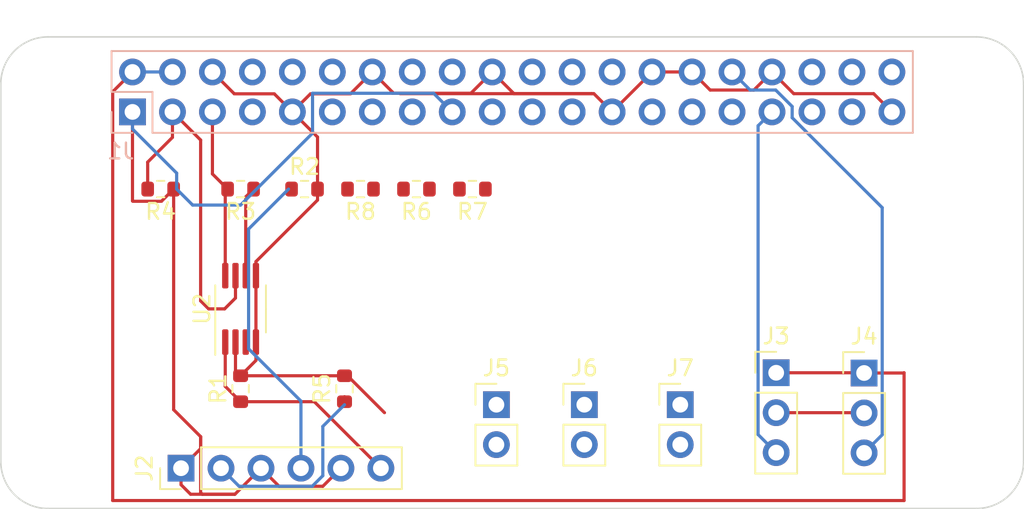
<source format=kicad_pcb>
(kicad_pcb (version 20211014) (generator pcbnew)
  (title_block (date "15 nov 2012"))
  (layers (0 "F.Cu" signal) (31 "B.Cu" signal) (34 "B.Paste" user) (35 "F.Paste" user) (36 "B.SilkS" user "B.Silkscreen") (37 "F.SilkS" user "F.Silkscreen") (38 "B.Mask" user) (39 "F.Mask" user) (44 "Edge.Cuts" user))
  (net 0 "")
  (net 1 "GND")
  (net 2 "SDA")
  (net 3 "SCL")
  (net 4 "/GPIO[4]{slash}GPCLK0")
  (net 5 "/GPIO[14]{slash}TXD0")
  (net 6 "/GPIO[15]{slash}RXD0")
  (net 7 "/GPIO[17]")
  (net 8 "/GPIO[18]{slash}PCM.CLK")
  (net 9 "/GPIO[27]")
  (net 10 "/GPIO[22]")
  (net 11 "/GPIO[23]")
  (net 12 "/GPIO26")
  (net 13 "/GPIO[24]")
  (net 14 "/GPIO[10]{slash}SPI0.MOSI")
  (net 15 "/GPIO[9]{slash}SPI0.MISO")
  (net 16 "/GPIO[25]")
  (net 17 "/GPIO[11]{slash}SPI0.SCLK")
  (net 18 "/GPIO[8]{slash}SPI0.CE0")
  (net 19 "/GPIO[7]{slash}SPI0.CE1")
  (net 20 "/ID_SDA")
  (net 21 "/GPIO[5]")
  (net 22 "/GPIO[6]")
  (net 23 "PWM2")
  (net 24 "PWM1")
  (net 25 "/GPIO[19]{slash}PCM.FS")
  (net 26 "/GPIO[16]")
  (net 27 "/GPIO[20]{slash}PCM.DIN")
  (net 28 "/GPIO[21]{slash}PCM.DOUT")
  (net 29 "+5V")
  (net 30 "+3V3")
  (net 31 "Net-(J2-Pad4)")
  (net 32 "Net-(U2-Pad1)")
  (net 33 "Net-(U2-Pad11)")
  (footprint "Package_SO:MSOP-8_3x3mm_P0.65mm" (layer "F.Cu") (at 115.24 87.3 90)
    (fp_text reference "U2" (at 0 -2.45 90) (layer "F.SilkS"))
    (fp_text value "MCP3428")
    (fp_line (start 0 1.61) (end -1.5 1.61) (layer "F.SilkS") (width 0.12))
    (fp_line (start 0 1.61) (end 1.5 1.61) (layer "F.SilkS") (width 0.12))
    (fp_line (start 0 -1.61) (end 1.5 -1.61) (layer "F.SilkS") (width 0.12))
    (fp_line (start 0 -1.61) (end -2.925 -1.61) (layer "F.SilkS") (width 0.12))
    (pad "1" smd roundrect (at -2.1125 -0.975 90) (size 1.625 0.4) (layers "F.Cu" "F.Paste" "F.Mask") (net 32 "Net-(U2-Pad1)"))
    (pad "2" smd roundrect (at -2.1125 -0.325 90) (size 1.625 0.4) (layers "F.Cu" "F.Paste" "F.Mask") (net 1 "GND"))
    (pad "3" smd roundrect (at -2.1125 0.325 90) (size 1.625 0.4) (layers "F.Cu" "F.Paste" "F.Mask") (net 31 "Net-(J2-Pad4)"))
    (pad "4" smd roundrect (at -2.1125 0.975 90) (size 1.625 0.4) (layers "F.Cu" "F.Paste" "F.Mask") (net 1 "GND"))
    (pad "5" smd roundrect (at 2.1125 0.975 90) (size 1.625 0.4) (layers "F.Cu" "F.Paste" "F.Mask") (net 1 "GND"))
    (pad "6" smd roundrect (at 2.1125 0.325 90) (size 1.625 0.4) (layers "F.Cu" "F.Paste" "F.Mask") (net 30 "+3V3"))
    (pad "7" smd roundrect (at 2.1125 -0.325 90) (size 1.625 0.4) (layers "F.Cu" "F.Paste" "F.Mask") (net 2 "SDA"))
    (pad "8" smd roundrect (at 2.1125 -0.975 90) (size 1.625 0.4) (layers "F.Cu" "F.Paste" "F.Mask") (net 3 "SCL"))
  )
  (footprint "Connector_PinHeader_2.54mm:PinHeader_1x03_P2.54mm_Vertical" (layer "F.Cu") (at 154.864 91.379)
    (fp_text reference "J4" (at 0 -2.33) (layer "F.SilkS"))
    (fp_text value "Motor2")
    (fp_line (start -1.33 1.27) (end -1.33 6.41) (layer "F.SilkS") (width 0.12))
    (fp_line (start -1.33 0) (end -1.33 -1.33) (layer "F.SilkS") (width 0.12))
    (fp_line (start -1.33 1.27) (end 1.33 1.27) (layer "F.SilkS") (width 0.12))
    (fp_line (start 1.33 1.27) (end 1.33 6.41) (layer "F.SilkS") (width 0.12))
    (fp_line (start -1.33 -1.33) (end 0 -1.33) (layer "F.SilkS") (width 0.12))
    (fp_line (start -1.33 6.41) (end 1.33 6.41) (layer "F.SilkS") (width 0.12))
    (pad "1" thru_hole rect (at 0 0) (size 1.7 1.7) (drill 1) (layers *.Cu *.Mask) (net 29 "+5V"))
    (pad "2" thru_hole oval (at 0 2.54) (size 1.7 1.7) (drill 1) (layers *.Cu *.Mask) (net 1 "GND"))
    (pad "3" thru_hole oval (at 0 5.08) (size 1.7 1.7) (drill 1) (layers *.Cu *.Mask) (net 23 "PWM2"))
  )
  (footprint "MountingHole:MountingHole_2.7mm_M2.5" (layer "F.Cu") (at 161.5 73.5)
    (fp_text reference "MH2" hide)
    (fp_text value "MountingHole_2.7mm_M2.5" hide)
    (pad "" np_thru_hole circle locked (at 0 0) (size 2.7 2.7) (drill 2.7) (layers *.Cu *.Mask))
  )
  (footprint "Resistor_SMD:R_0603_1608Metric" (layer "F.Cu") (at 119.304 79.68)
    (fp_text reference "R2" (at 0 -1.43) (layer "F.SilkS"))
    (fp_text value "10K")
    (fp_line (start -0.237258 -0.5225) (end 0.237258 -0.5225) (layer "F.SilkS") (width 0.12))
    (fp_line (start -0.237258 0.5225) (end 0.237258 0.5225) (layer "F.SilkS") (width 0.12))
    (pad "1" smd roundrect (at -0.825 0) (size 0.8 0.95) (layers "F.Cu" "F.Paste" "F.Mask") (net 31 "Net-(J2-Pad4)"))
    (pad "2" smd roundrect (at 0.825 0) (size 0.8 0.95) (layers "F.Cu" "F.Paste" "F.Mask") (net 1 "GND"))
  )
  (footprint "Resistor_SMD:R_0603_1608Metric" (layer "F.Cu") (at 115.24 79.68 180)
    (fp_text reference "R3" (at 0 -1.43) (layer "F.SilkS"))
    (fp_text value "5.0K")
    (fp_line (start -0.237258 -0.5225) (end 0.237258 -0.5225) (layer "F.SilkS") (width 0.12))
    (fp_line (start -0.237258 0.5225) (end 0.237258 0.5225) (layer "F.SilkS") (width 0.12))
    (pad "1" smd roundrect (at -0.825 0 180) (size 0.8 0.95) (layers "F.Cu" "F.Paste" "F.Mask") (net 30 "+3V3"))
    (pad "2" smd roundrect (at 0.825 0 180) (size 0.8 0.95) (layers "F.Cu" "F.Paste" "F.Mask") (net 3 "SCL"))
  )
  (footprint "Connector_PinHeader_2.54mm:PinHeader_1x02_P2.54mm_Vertical" (layer "F.Cu") (at 131.496 93.396)
    (fp_text reference "J5" (at 0 -2.33) (layer "F.SilkS"))
    (fp_text value "Switch1")
    (fp_line (start -1.33 -1.33) (end 0 -1.33) (layer "F.SilkS") (width 0.12))
    (fp_line (start -1.33 1.27) (end -1.33 3.87) (layer "F.SilkS") (width 0.12))
    (fp_line (start -1.33 3.87) (end 1.33 3.87) (layer "F.SilkS") (width 0.12))
    (fp_line (start 1.33 1.27) (end 1.33 3.87) (layer "F.SilkS") (width 0.12))
    (fp_line (start -1.33 1.27) (end 1.33 1.27) (layer "F.SilkS") (width 0.12))
    (fp_line (start -1.33 0) (end -1.33 -1.33) (layer "F.SilkS") (width 0.12))
    (pad "1" thru_hole rect (at 0 0) (size 1.7 1.7) (drill 1) (layers *.Cu *.Mask) (net 30 "+3V3"))
    (pad "2" thru_hole oval (at 0 2.54) (size 1.7 1.7) (drill 1) (layers *.Cu *.Mask) (net 7 "/GPIO[17]"))
  )
  (footprint "Connector_PinHeader_2.54mm:PinHeader_1x03_P2.54mm_Vertical" (layer "F.Cu") (at 149.276 91.364)
    (fp_text reference "J3" (at 0 -2.33) (layer "F.SilkS"))
    (fp_text value "Motor1")
    (fp_line (start -1.33 6.41) (end 1.33 6.41) (layer "F.SilkS") (width 0.12))
    (fp_line (start -1.33 1.27) (end 1.33 1.27) (layer "F.SilkS") (width 0.12))
    (fp_line (start -1.33 -1.33) (end 0 -1.33) (layer "F.SilkS") (width 0.12))
    (fp_line (start 1.33 1.27) (end 1.33 6.41) (layer "F.SilkS") (width 0.12))
    (fp_line (start -1.33 0) (end -1.33 -1.33) (layer "F.SilkS") (width 0.12))
    (fp_line (start -1.33 1.27) (end -1.33 6.41) (layer "F.SilkS") (width 0.12))
    (pad "1" thru_hole rect (at 0 0) (size 1.7 1.7) (drill 1) (layers *.Cu *.Mask) (net 29 "+5V"))
    (pad "2" thru_hole oval (at 0 2.54) (size 1.7 1.7) (drill 1) (layers *.Cu *.Mask) (net 1 "GND"))
    (pad "3" thru_hole oval (at 0 5.08) (size 1.7 1.7) (drill 1) (layers *.Cu *.Mask) (net 24 "PWM1"))
  )
  (footprint "Resistor_SMD:R_0603_1608Metric" (layer "F.Cu") (at 126.416 79.68 180)
    (fp_text reference "R6" (at 0 -1.43) (layer "F.SilkS"))
    (fp_text value "10K")
    (fp_line (start -0.237258 0.5225) (end 0.237258 0.5225) (layer "F.SilkS") (width 0.12))
    (fp_line (start -0.237258 -0.5225) (end 0.237258 -0.5225) (layer "F.SilkS") (width 0.12))
    (pad "1" smd roundrect (at -0.825 0 180) (size 0.8 0.95) (layers "F.Cu" "F.Paste" "F.Mask") (net 7 "/GPIO[17]"))
    (pad "2" smd roundrect (at 0.825 0 180) (size 0.8 0.95) (layers "F.Cu" "F.Paste" "F.Mask") (net 1 "GND"))
  )
  (footprint "Resistor_SMD:R_0603_1608Metric" (layer "F.Cu") (at 129.972 79.68 180)
    (fp_text reference "R7" (at 0 -1.43) (layer "F.SilkS"))
    (fp_text value "10K")
    (fp_line (start -0.237258 0.5225) (end 0.237258 0.5225) (layer "F.SilkS") (width 0.12))
    (fp_line (start -0.237258 -0.5225) (end 0.237258 -0.5225) (layer "F.SilkS") (width 0.12))
    (pad "1" smd roundrect (at -0.825 0 180) (size 0.8 0.95) (layers "F.Cu" "F.Paste" "F.Mask") (net 9 "/GPIO[27]"))
    (pad "2" smd roundrect (at 0.825 0 180) (size 0.8 0.95) (layers "F.Cu" "F.Paste" "F.Mask") (net 1 "GND"))
  )
  (footprint "MountingHole:MountingHole_2.7mm_M2.5" (layer "F.Cu") (at 103.5 96.5)
    (fp_text reference "MH3" hide)
    (fp_text value "MountingHole_2.7mm_M2.5" hide)
    (pad "" np_thru_hole circle locked (at 0 0) (size 2.7 2.7) (drill 2.7) (layers *.Cu *.Mask))
  )
  (footprint "Connector_PinHeader_2.54mm:PinHeader_1x02_P2.54mm_Vertical" (layer "F.Cu") (at 137.084 93.396)
    (fp_text reference "J6" (at 0 -2.33) (layer "F.SilkS"))
    (fp_text value "Switch2")
    (fp_line (start -1.33 3.87) (end 1.33 3.87) (layer "F.SilkS") (width 0.12))
    (fp_line (start -1.33 -1.33) (end 0 -1.33) (layer "F.SilkS") (width 0.12))
    (fp_line (start -1.33 1.27) (end -1.33 3.87) (layer "F.SilkS") (width 0.12))
    (fp_line (start -1.33 0) (end -1.33 -1.33) (layer "F.SilkS") (width 0.12))
    (fp_line (start -1.33 1.27) (end 1.33 1.27) (layer "F.SilkS") (width 0.12))
    (fp_line (start 1.33 1.27) (end 1.33 3.87) (layer "F.SilkS") (width 0.12))
    (pad "1" thru_hole rect (at 0 0) (size 1.7 1.7) (drill 1) (layers *.Cu *.Mask) (net 30 "+3V3"))
    (pad "2" thru_hole oval (at 0 2.54) (size 1.7 1.7) (drill 1) (layers *.Cu *.Mask) (net 9 "/GPIO[27]"))
  )
  (footprint "MountingHole:MountingHole_2.7mm_M2.5" (layer "F.Cu") (at 103.5 73.5)
    (fp_text reference "MH1" hide)
    (fp_text value "MountingHole_2.7mm_M2.5" hide)
    (pad "" np_thru_hole circle locked (at 0 0) (size 2.7 2.7) (drill 2.7) (layers *.Cu *.Mask))
  )
  (footprint "Resistor_SMD:R_0603_1608Metric" (layer "F.Cu") (at 110.16 79.68 180)
    (fp_text reference "R4" (at 0 -1.43) (layer "F.SilkS"))
    (fp_text value "5.0k")
    (fp_line (start -0.237258 -0.5225) (end 0.237258 -0.5225) (layer "F.SilkS") (width 0.12))
    (fp_line (start -0.237258 0.5225) (end 0.237258 0.5225) (layer "F.SilkS") (width 0.12))
    (pad "1" smd roundrect (at -0.825 0 180) (size 0.8 0.95) (layers "F.Cu" "F.Paste" "F.Mask") (net 30 "+3V3"))
    (pad "2" smd roundrect (at 0.825 0 180) (size 0.8 0.95) (layers "F.Cu" "F.Paste" "F.Mask") (net 2 "SDA"))
  )
  (footprint "MountingHole:MountingHole_2.7mm_M2.5" (layer "F.Cu") (at 161.5 96.5)
    (fp_text reference "MH4" hide)
    (fp_text value "MountingHole_2.7mm_M2.5" hide)
    (pad "" np_thru_hole circle locked (at 0 0) (size 2.7 2.7) (drill 2.7) (layers *.Cu *.Mask))
  )
  (footprint "Resistor_SMD:R_0603_1608Metric" (layer "F.Cu") (at 121.844 92.38 90)
    (fp_text reference "R5" (at 0 -1.43 90) (layer "F.SilkS"))
    (fp_text value "10K")
    (fp_line (start -0.237258 -0.5225) (end 0.237258 -0.5225) (layer "F.SilkS") (width 0.12))
    (fp_line (start -0.237258 0.5225) (end 0.237258 0.5225) (layer "F.SilkS") (width 0.12))
    (pad "1" smd roundrect (at -0.825 0 90) (size 0.8 0.95) (layers "F.Cu" "F.Paste" "F.Mask") (net 33 "Net-(U2-Pad11)"))
    (pad "2" smd roundrect (at 0.825 0 90) (size 0.8 0.95) (layers "F.Cu" "F.Paste" "F.Mask") (net 1 "GND"))
  )
  (footprint "Connector_PinHeader_2.54mm:PinHeader_1x02_P2.54mm_Vertical" (layer "F.Cu") (at 143.18 93.396)
    (fp_text reference "J7" (at 0 -2.33) (layer "F.SilkS"))
    (fp_text value "Switch3")
    (fp_line (start -1.33 1.27) (end -1.33 3.87) (layer "F.SilkS") (width 0.12))
    (fp_line (start 1.33 1.27) (end 1.33 3.87) (layer "F.SilkS") (width 0.12))
    (fp_line (start -1.33 -1.33) (end 0 -1.33) (layer "F.SilkS") (width 0.12))
    (fp_line (start -1.33 3.87) (end 1.33 3.87) (layer "F.SilkS") (width 0.12))
    (fp_line (start -1.33 0) (end -1.33 -1.33) (layer "F.SilkS") (width 0.12))
    (fp_line (start -1.33 1.27) (end 1.33 1.27) (layer "F.SilkS") (width 0.12))
    (pad "1" thru_hole rect (at 0 0) (size 1.7 1.7) (drill 1) (layers *.Cu *.Mask) (net 30 "+3V3"))
    (pad "2" thru_hole oval (at 0 2.54) (size 1.7 1.7) (drill 1) (layers *.Cu *.Mask) (net 10 "/GPIO[22]"))
  )
  (footprint "Resistor_SMD:R_0603_1608Metric" (layer "F.Cu") (at 122.86 79.68 180)
    (fp_text reference "R8" (at 0 -1.43) (layer "F.SilkS"))
    (fp_text value "10K")
    (fp_line (start -0.237258 -0.5225) (end 0.237258 -0.5225) (layer "F.SilkS") (width 0.12))
    (fp_line (start -0.237258 0.5225) (end 0.237258 0.5225) (layer "F.SilkS") (width 0.12))
    (pad "1" smd roundrect (at -0.825 0 180) (size 0.8 0.95) (layers "F.Cu" "F.Paste" "F.Mask") (net 10 "/GPIO[22]"))
    (pad "2" smd roundrect (at 0.825 0 180) (size 0.8 0.95) (layers "F.Cu" "F.Paste" "F.Mask") (net 1 "GND"))
  )
  (footprint "Connector_PinHeader_2.54mm:PinHeader_1x06_P2.54mm_Vertical" (layer "F.Cu") (at 111.455 97.435 90)
    (fp_text reference "J2" (at 0 -2.33 90) (layer "F.SilkS"))
    (fp_text value "Analog 1-3")
    (fp_line (start -1.33 1.27) (end -1.33 14.03) (layer "F.SilkS") (width 0.12))
    (fp_line (start -1.33 -1.33) (end 0 -1.33) (layer "F.SilkS") (width 0.12))
    (fp_line (start -1.33 14.03) (end 1.33 14.03) (layer "F.SilkS") (width 0.12))
    (fp_line (start 1.33 1.27) (end 1.33 14.03) (layer "F.SilkS") (width 0.12))
    (fp_line (start -1.33 0) (end -1.33 -1.33) (layer "F.SilkS") (width 0.12))
    (fp_line (start -1.33 1.27) (end 1.33 1.27) (layer "F.SilkS") (width 0.12))
    (pad "1" thru_hole rect (at 0 0 90) (size 1.7 1.7) (drill 1) (layers *.Cu *.Mask) (net 30 "+3V3"))
    (pad "2" thru_hole oval (at 0 2.54 90) (size 1.7 1.7) (drill 1) (layers *.Cu *.Mask) (net 33 "Net-(U2-Pad11)"))
    (pad "3" thru_hole oval (at 0 5.08 90) (size 1.7 1.7) (drill 1) (layers *.Cu *.Mask) (net 30 "+3V3"))
    (pad "4" thru_hole oval (at 0 7.62 90) (size 1.7 1.7) (drill 1) (layers *.Cu *.Mask) (net 31 "Net-(J2-Pad4)"))
    (pad "5" thru_hole oval (at 0 10.16 90) (size 1.7 1.7) (drill 1) (layers *.Cu *.Mask) (net 30 "+3V3"))
    (pad "6" thru_hole oval (at 0 12.7 90) (size 1.7 1.7) (drill 1) (layers *.Cu *.Mask) (net 32 "Net-(U2-Pad1)"))
  )
  (footprint "Resistor_SMD:R_0603_1608Metric" (layer "F.Cu") (at 115.24 92.38 90)
    (fp_text reference "R1" (at 0 -1.43 90) (layer "F.SilkS"))
    (fp_text value "10K")
    (fp_line (start -0.237258 -0.5225) (end 0.237258 -0.5225) (layer "F.SilkS") (width 0.12))
    (fp_line (start -0.237258 0.5225) (end 0.237258 0.5225) (layer "F.SilkS") (width 0.12))
    (pad "1" smd roundrect (at -0.825 0 90) (size 0.8 0.95) (layers "F.Cu" "F.Paste" "F.Mask") (net 32 "Net-(U2-Pad1)"))
    (pad "2" smd roundrect (at 0.825 0 90) (size 0.8 0.95) (layers "F.Cu" "F.Paste" "F.Mask") (net 1 "GND"))
  )
  (footprint "Connector_PinSocket_2.54mm:PinSocket_2x20_P2.54mm_Vertical" (layer "B.Cu") (at 108.37 74.77 -90)
    (fp_text reference "J1" (at 2.5 0.75) (layer "B.SilkS") (effects (justify mirror)))
    (fp_text value "GPIO")
    (fp_line (start 0 1.33) (end 1.33 1.33) (layer "B.SilkS") (width 0.12))
    (fp_line (start -1.27 1.33) (end -1.27 -1.27) (layer "B.SilkS") (width 0.12))
    (fp_line (start -3.87 1.33) (end -1.27 1.33) (layer "B.SilkS") (width 0.12))
    (fp_line (start -1.27 -1.27) (end 1.33 -1.27) (layer "B.SilkS") (width 0.12))
    (fp_line (start 1.33 -1.27) (end 1.33 -49.59) (layer "B.SilkS") (width 0.12))
    (fp_line (start -3.87 -49.59) (end 1.33 -49.59) (layer "B.SilkS") (width 0.12))
    (fp_line (start -3.87 1.33) (end -3.87 -49.59) (layer "B.SilkS") (width 0.12))
    (fp_line (start 1.33 1.33) (end 1.33 0) (layer "B.SilkS") (width 0.12))
    (pad "1" thru_hole rect locked (at 0 0 270) (size 1.7 1.7) (drill 1) (layers *.Cu *.Mask) (net 30 "+3V3"))
    (pad "2" thru_hole oval locked (at -2.54 0 270) (size 1.7 1.7) (drill 1) (layers *.Cu *.Mask) (net 29 "+5V"))
    (pad "3" thru_hole oval locked (at 0 -2.54 270) (size 1.7 1.7) (drill 1) (layers *.Cu *.Mask) (net 2 "SDA"))
    (pad "4" thru_hole oval locked (at -2.54 -2.54 270) (size 1.7 1.7) (drill 1) (layers *.Cu *.Mask) (net 29 "+5V"))
    (pad "5" thru_hole oval locked (at 0 -5.08 270) (size 1.7 1.7) (drill 1) (layers *.Cu *.Mask) (net 3 "SCL"))
    (pad "6" thru_hole oval locked (at -2.54 -5.08 270) (size 1.7 1.7) (drill 1) (layers *.Cu *.Mask) (net 1 "GND"))
    (pad "7" thru_hole oval locked (at 0 -7.62 270) (size 1.7 1.7) (drill 1) (layers *.Cu *.Mask) (net 4 "/GPIO[4]{slash}GPCLK0"))
    (pad "8" thru_hole oval locked (at -2.54 -7.62 270) (size 1.7 1.7) (drill 1) (layers *.Cu *.Mask) (net 5 "/GPIO[14]{slash}TXD0"))
    (pad "9" thru_hole oval locked (at 0 -10.16 270) (size 1.7 1.7) (drill 1) (layers *.Cu *.Mask) (net 1 "GND"))
    (pad "10" thru_hole oval locked (at -2.54 -10.16 270) (size 1.7 1.7) (drill 1) (layers *.Cu *.Mask) (net 6 "/GPIO[15]{slash}RXD0"))
    (pad "11" thru_hole oval locked (at 0 -12.7 270) (size 1.7 1.7) (drill 1) (layers *.Cu *.Mask) (net 7 "/GPIO[17]"))
    (pad "12" thru_hole oval locked (at -2.54 -12.7 270) (size 1.7 1.7) (drill 1) (layers *.Cu *.Mask) (net 8 "/GPIO[18]{slash}PCM.CLK"))
    (pad "13" thru_hole oval locked (at 0 -15.24 270) (size 1.7 1.7) (drill 1) (layers *.Cu *.Mask) (net 9 "/GPIO[27]"))
    (pad "14" thru_hole oval locked (at -2.54 -15.24 270) (size 1.7 1.7) (drill 1) (layers *.Cu *.Mask) (net 1 "GND"))
    (pad "15" thru_hole oval locked (at 0 -17.78 270) (size 1.7 1.7) (drill 1) (layers *.Cu *.Mask) (net 10 "/GPIO[22]"))
    (pad "16" thru_hole oval locked (at -2.54 -17.78 270) (size 1.7 1.7) (drill 1) (layers *.Cu *.Mask) (net 11 "/GPIO[23]"))
    (pad "17" thru_hole oval locked (at 0 -20.32 270) (size 1.7 1.7) (drill 1) (layers *.Cu *.Mask) (net 30 "+3V3"))
    (pad "18" thru_hole oval locked (at -2.54 -20.32 270) (size 1.7 1.7) (drill 1) (layers *.Cu *.Mask) (net 13 "/GPIO[24]"))
    (pad "19" thru_hole oval locked (at 0 -22.86 270) (size 1.7 1.7) (drill 1) (layers *.Cu *.Mask) (net 14 "/GPIO[10]{slash}SPI0.MOSI"))
    (pad "20" thru_hole oval locked (at -2.54 -22.86 270) (size 1.7 1.7) (drill 1) (layers *.Cu *.Mask) (net 1 "GND"))
    (pad "21" thru_hole oval locked (at 0 -25.4 270) (size 1.7 1.7) (drill 1) (layers *.Cu *.Mask) (net 15 "/GPIO[9]{slash}SPI0.MISO"))
    (pad "22" thru_hole oval locked (at -2.54 -25.4 270) (size 1.7 1.7) (drill 1) (layers *.Cu *.Mask) (net 16 "/GPIO[25]"))
    (pad "23" thru_hole oval locked (at 0 -27.94 270) (size 1.7 1.7) (drill 1) (layers *.Cu *.Mask) (net 17 "/GPIO[11]{slash}SPI0.SCLK"))
    (pad "24" thru_hole oval locked (at -2.54 -27.94 270) (size 1.7 1.7) (drill 1) (layers *.Cu *.Mask) (net 18 "/GPIO[8]{slash}SPI0.CE0"))
    (pad "25" thru_hole oval locked (at 0 -30.48 270) (size 1.7 1.7) (drill 1) (layers *.Cu *.Mask) (net 1 "GND"))
    (pad "26" thru_hole oval locked (at -2.54 -30.48 270) (size 1.7 1.7) (drill 1) (layers *.Cu *.Mask) (net 19 "/GPIO[7]{slash}SPI0.CE1"))
    (pad "27" thru_hole oval locked (at 0 -33.02 270) (size 1.7 1.7) (drill 1) (layers *.Cu *.Mask) (net 20 "/ID_SDA"))
    (pad "28" thru_hole oval locked (at -2.54 -33.02 270) (size 1.7 1.7) (drill 1) (layers *.Cu *.Mask) (net 1 "GND"))
    (pad "29" thru_hole oval locked (at 0 -35.56 270) (size 1.7 1.7) (drill 1) (layers *.Cu *.Mask) (net 21 "/GPIO[5]"))
    (pad "30" thru_hole oval locked (at -2.54 -35.56 270) (size 1.7 1.7) (drill 1) (layers *.Cu *.Mask) (net 1 "GND"))
    (pad "31" thru_hole oval locked (at 0 -38.1 270) (size 1.7 1.7) (drill 1) (layers *.Cu *.Mask) (net 22 "/GPIO[6]"))
    (pad "32" thru_hole oval locked (at -2.54 -38.1 270) (size 1.7 1.7) (drill 1) (layers *.Cu *.Mask) (net 23 "PWM2"))
    (pad "33" thru_hole oval locked (at 0 -40.64 270) (size 1.7 1.7) (drill 1) (layers *.Cu *.Mask) (net 24 "PWM1"))
    (pad "34" thru_hole oval locked (at -2.54 -40.64 270) (size 1.7 1.7) (drill 1) (layers *.Cu *.Mask) (net 1 "GND"))
    (pad "35" thru_hole oval locked (at 0 -43.18 270) (size 1.7 1.7) (drill 1) (layers *.Cu *.Mask) (net 25 "/GPIO[19]{slash}PCM.FS"))
    (pad "36" thru_hole oval locked (at -2.54 -43.18 270) (size 1.7 1.7) (drill 1) (layers *.Cu *.Mask) (net 26 "/GPIO[16]"))
    (pad "37" thru_hole oval locked (at 0 -45.72 270) (size 1.7 1.7) (drill 1) (layers *.Cu *.Mask) (net 12 "/GPIO26"))
    (pad "38" thru_hole oval locked (at -2.54 -45.72 270) (size 1.7 1.7) (drill 1) (layers *.Cu *.Mask) (net 27 "/GPIO[20]{slash}PCM.DIN"))
    (pad "39" thru_hole oval locked (at 0 -48.26 270) (size 1.7 1.7) (drill 1) (layers *.Cu *.Mask) (net 1 "GND"))
    (pad "40" thru_hole oval locked (at -2.54 -48.26 270) (size 1.7 1.7) (drill 1) (layers *.Cu *.Mask) (net 28 "/GPIO[21]{slash}PCM.DOUT"))
  )
  (gr_arc (start 162 70) (mid 164.12132 70.87868) (end 165 73) (layer "Edge.Cuts") (width 0.1))
  (gr_line (start 165 97) (end 165 73) (layer "Edge.Cuts") (width 0.1))
  (gr_line (start 100 73) (end 100 97) (layer "Edge.Cuts") (width 0.1))
  (gr_arc (start 103 100) (mid 100.87868 99.12132) (end 100 97) (layer "Edge.Cuts") (width 0.1))
  (gr_line (start 103 100) (end 162 100) (layer "Edge.Cuts") (width 0.1))
  (gr_arc (start 165 97) (mid 164.12132 99.12132) (end 162 100) (layer "Edge.Cuts") (width 0.1))
  (gr_arc (start 100 73) (mid 100.87868 70.87868) (end 103 70) (layer "Edge.Cuts") (width 0.1))
  (gr_line (start 162 70) (end 103 70) (layer "Edge.Cuts") (width 0.1))
  (segment (start 129.876 73.584) (end 131.23 72.23) (width 0.2) (layer "F.Cu") (net 1))
  (segment (start 122.035 91.555) (end 115.24 91.555) (width 0.2) (layer "F.Cu") (net 1))
  (segment (start 138.85 74.77) (end 141.39 72.23) (width 0.2) (layer "F.Cu") (net 1))
  (segment (start 124.384 93.904) (end 122.035 91.555) (width 0.2) (layer "F.Cu") (net 1))
  (segment (start 117.38 73.62) (end 114.84 73.62) (width 0.2) (layer "F.Cu") (net 1))
  (segment (start 155.470344 73.610344) (end 156.63 74.77) (width 0.2) (layer "F.Cu") (net 1))
  (segment (start 131.23 72.23) (end 132.610344 73.610344) (width 0.2) (layer "F.Cu") (net 1))
  (segment (start 124.892 73.584) (end 129.876 73.584) (width 0.2) (layer "F.Cu") (net 1))
  (segment (start 114.84 73.62) (end 113.45 72.23) (width 0.2) (layer "F.Cu") (net 1))
  (segment (start 137.565656 73.610344) (end 137.690344 73.610344) (width 0.2) (layer "F.Cu") (net 1))
  (segment (start 114.915 91.23) (end 114.915 89.4125) (width 0.2) (layer "F.Cu") (net 1))
  (segment (start 115.24 91.555) (end 116.215 90.58) (width 0.2) (layer "F.Cu") (net 1))
  (segment (start 154.849 93.904) (end 154.864 93.919) (width 0.2) (layer "F.Cu") (net 1))
  (segment (start 120.129 79.68) (end 120.129 76.369) (width 0.2) (layer "F.Cu") (net 1))
  (segment (start 137.565656 73.610344) (end 125.373656 73.610344) (width 0.2) (layer "F.Cu") (net 1))
  (segment (start 141.39 72.23) (end 143.93 72.23) (width 0.2) (layer "F.Cu") (net 1))
  (segment (start 137.690344 73.610344) (end 138.85 74.77) (width 0.2) (layer "F.Cu") (net 1))
  (segment (start 116.215 89.4125) (end 116.215 85.1875) (width 0.2) (layer "F.Cu") (net 1))
  (segment (start 116.215 90.58) (end 116.215 89.4125) (width 0.2) (layer "F.Cu") (net 1))
  (segment (start 116.215 84.293) (end 116.215 85.1875) (width 0.2) (layer "F.Cu") (net 1))
  (segment (start 149.276 93.904) (end 154.849 93.904) (width 0.2) (layer "F.Cu") (net 1))
  (segment (start 143.93 72.23) (end 145.08 73.38) (width 0.2) (layer "F.Cu") (net 1))
  (segment (start 120.129 79.68) (end 120.129 80.379) (width 0.2) (layer "F.Cu") (net 1))
  (segment (start 123.61 72.23) (end 124.892 73.512) (width 0.2) (layer "F.Cu") (net 1))
  (segment (start 120.129 80.379) (end 116.215 84.293) (width 0.2) (layer "F.Cu") (net 1))
  (segment (start 124.892 73.512) (end 124.892 73.584) (width 0.2) (layer "F.Cu") (net 1))
  (segment (start 118.53 74.77) (end 117.38 73.62) (width 0.2) (layer "F.Cu") (net 1))
  (segment (start 150.390344 73.610344) (end 155.470344 73.610344) (width 0.2) (layer "F.Cu") (net 1))
  (segment (start 132.610344 73.610344) (end 137.565656 73.610344) (width 0.2) (layer "F.Cu") (net 1))
  (segment (start 122.22 73.62) (end 123.61 72.23) (width 0.2) (layer "F.Cu") (net 1))
  (segment (start 118.53 74.77) (end 119.68 73.62) (width 0.2) (layer "F.Cu") (net 1))
  (segment (start 147.86 73.38) (end 149.01 72.23) (width 0.2) (layer "F.Cu") (net 1))
  (segment (start 149.01 72.23) (end 150.390344 73.610344) (width 0.2) (layer "F.Cu") (net 1))
  (segment (start 120.129 76.369) (end 118.53 74.77) (width 0.2) (layer "F.Cu") (net 1))
  (segment (start 119.68 73.62) (end 122.22 73.62) (width 0.2) (layer "F.Cu") (net 1))
  (segment (start 145.08 73.38) (end 147.86 73.38) (width 0.2) (layer "F.Cu") (net 1))
  (segment (start 115.24 91.555) (end 114.915 91.23) (width 0.2) (layer "F.Cu") (net 1))
  (segment (start 112.7 76.56) (end 110.91 74.77) (width 0.2) (layer "F.Cu") (net 2))
  (segment (start 114.915 85.1875) (end 114.915 86.609) (width 0.2) (layer "F.Cu") (net 2))
  (segment (start 110.91 76.39) (end 109.335 77.965) (width 0.2) (layer "F.Cu") (net 2))
  (segment (start 114.224 87.3) (end 113.208 87.3) (width 0.2) (layer "F.Cu") (net 2))
  (segment (start 113.208 87.3) (end 112.7 86.792) (width 0.2) (layer "F.Cu") (net 2))
  (segment (start 110.91 74.77) (end 110.91 76.39) (width 0.2) (layer "F.Cu") (net 2))
  (segment (start 109.335 77.965) (end 109.335 79.68) (width 0.2) (layer "F.Cu") (net 2))
  (segment (start 112.7 86.792) (end 112.7 76.56) (width 0.2) (layer "F.Cu") (net 2))
  (segment (start 114.915 86.609) (end 114.224 87.3) (width 0.2) (layer "F.Cu") (net 2))
  (segment (start 114.265 79.83) (end 114.265 85.1875) (width 0.2) (layer "F.Cu") (net 3))
  (segment (start 114.415 79.68) (end 114.265 79.83) (width 0.2) (layer "F.Cu") (net 3))
  (segment (start 113.45 74.77) (end 113.45 78.715) (width 0.2) (layer "F.Cu") (net 3))
  (segment (start 113.45 78.715) (end 114.415 79.68) (width 0.2) (layer "F.Cu") (net 3))
  (segment (start 150.292 75.138346) (end 150.292 74.425654) (width 0.2) (layer "B.Cu") (net 23))
  (segment (start 156.014 80.860346) (end 150.292 75.138346) (width 0.2) (layer "B.Cu") (net 23))
  (segment (start 149.246346 73.38) (end 147.62 73.38) (width 0.2) (layer "B.Cu") (net 23))
  (segment (start 147.62 73.38) (end 146.47 72.23) (width 0.2) (layer "B.Cu") (net 23))
  (segment (start 150.292 74.425654) (end 149.246346 73.38) (width 0.2) (layer "B.Cu") (net 23))
  (segment (start 156.014 95.309) (end 156.014 80.860346) (width 0.2) (layer "B.Cu") (net 23))
  (segment (start 154.864 96.459) (end 156.014 95.309) (width 0.2) (layer "B.Cu") (net 23))
  (segment (start 148.126 95.294) (end 148.126 75.654) (width 0.2) (layer "B.Cu") (net 24))
  (segment (start 148.126 75.654) (end 149.01 74.77) (width 0.2) (layer "B.Cu") (net 24))
  (segment (start 149.276 96.444) (end 148.126 95.294) (width 0.2) (layer "B.Cu") (net 24))
  (segment (start 157.404 99.492) (end 157.404 91.364) (width 0.2) (layer "F.Cu") (net 29))
  (segment (start 157.389 91.379) (end 154.864 91.379) (width 0.2) (layer "F.Cu") (net 29))
  (segment (start 149.276 91.364) (end 154.849 91.364) (width 0.2) (layer "F.Cu") (net 29))
  (segment (start 107.112 73.488) (end 107.112 99.492) (width 0.2) (layer "F.Cu") (net 29))
  (segment (start 157.404 91.364) (end 157.389 91.379) (width 0.2) (layer "F.Cu") (net 29))
  (segment (start 107.112 99.492) (end 157.404 99.492) (width 0.2) (layer "F.Cu") (net 29))
  (segment (start 154.849 91.364) (end 154.864 91.379) (width 0.2) (layer "F.Cu") (net 29))
  (segment (start 108.37 72.23) (end 107.112 73.488) (width 0.2) (layer "F.Cu") (net 29))
  (segment (start 108.37 72.23) (end 110.91 72.23) (width 0.2) (layer "B.Cu") (net 29))
  (segment (start 108.395 80.455) (end 110.21 80.455) (width 0.2) (layer "F.Cu") (net 30))
  (segment (start 110.21 80.455) (end 110.985 79.68) (width 0.2) (layer "F.Cu") (net 30))
  (segment (start 121.615 97.435) (end 120.465 98.585) (width 0.2) (layer "F.Cu") (net 30))
  (segment (start 110.985 93.713) (end 112.7 95.428) (width 0.2) (layer "F.Cu") (net 30))
  (segment (start 108.37 74.77) (end 108.37 80.43) (width 0.2) (layer "F.Cu") (net 30))
  (segment (start 112.7 98.984) (end 112.808 99.092) (width 0.2) (layer "F.Cu") (net 30))
  (segment (start 112.062 99.092) (end 114.878 99.092) (width 0.2) (layer "F.Cu") (net 30))
  (segment (start 111.455 98.485) (end 112.062 99.092) (width 0.2) (layer "F.Cu") (net 30))
  (segment (start 116.065 79.68) (end 115.565 80.18) (width 0.2) (layer "F.Cu") (net 30))
  (segment (start 114.878 99.092) (end 116.535 97.435) (width 0.2) (layer "F.Cu") (net 30))
  (segment (start 112.808 99.092) (end 114.878 99.092) (width 0.2) (layer "F.Cu") (net 30))
  (segment (start 111.455 97.435) (end 111.455 98.485) (width 0.2) (layer "F.Cu") (net 30))
  (segment (start 117.685 98.585) (end 116.535 97.435) (width 0.2) (layer "F.Cu") (net 30))
  (segment (start 108.37 80.43) (end 108.395 80.455) (width 0.2) (layer "F.Cu") (net 30))
  (segment (start 111.455 97.435) (end 112.7 96.19) (width 0.2) (layer "F.Cu") (net 30))
  (segment (start 112.7 96.19) (end 112.7 95.428) (width 0.2) (layer "F.Cu") (net 30))
  (segment (start 110.985 79.68) (end 110.985 93.713) (width 0.2) (layer "F.Cu") (net 30))
  (segment (start 112.7 95.428) (end 112.7 98.984) (width 0.2) (layer "F.Cu") (net 30))
  (segment (start 120.465 98.585) (end 117.685 98.585) (width 0.2) (layer "F.Cu") (net 30))
  (segment (start 115.565 80.18) (end 115.565 85.1875) (width 0.2) (layer "F.Cu") (net 30))
  (segment (start 119.812 73.584) (end 127.504 73.584) (width 0.2) (layer "B.Cu") (net 30))
  (segment (start 115.24 80.696) (end 119.812 76.124) (width 0.2) (layer "B.Cu") (net 30))
  (segment (start 111.176 78.664) (end 111.176 79.68) (width 0.2) (layer "B.Cu") (net 30))
  (segment (start 108.37 74.77) (end 108.37 75.858) (width 0.2) (layer "B.Cu") (net 30))
  (segment (start 111.176 79.68) (end 112.192 80.696) (width 0.2) (layer "B.Cu") (net 30))
  (segment (start 119.812 76.124) (end 119.812 73.584) (width 0.2) (layer "B.Cu") (net 30))
  (segment (start 112.192 80.696) (end 115.24 80.696) (width 0.2) (layer "B.Cu") (net 30))
  (segment (start 108.37 75.858) (end 111.176 78.664) (width 0.2) (layer "B.Cu") (net 30))
  (segment (start 127.504 73.584) (end 128.69 74.77) (width 0.2) (layer "B.Cu") (net 30))
  (segment (start 115.565 89.4125) (end 115.6675 89.4125) (width 0.2) (layer "F.Cu") (net 31))
  (segment (start 115.6675 89.4125) (end 115.715 89.365) (width 0.2) (layer "F.Cu") (net 31))
  (segment (start 115.715 89.365) (end 115.715 89.332) (width 0.2) (layer "F.Cu") (net 31))
  (segment (start 115.748 82.22) (end 118.288 79.68) (width 0.2) (layer "B.Cu") (net 31))
  (segment (start 119.075 93.167) (end 115.748 89.84) (width 0.2) (layer "B.Cu") (net 31))
  (segment (start 115.748 89.84) (end 115.748 82.22) (width 0.2) (layer "B.Cu") (net 31))
  (segment (start 119.075 97.435) (end 119.075 93.167) (width 0.2) (layer "B.Cu") (net 31))
  (segment (start 114.265 92.23) (end 115.24 93.205) (width 0.2) (layer "F.Cu") (net 32))
  (segment (start 124.155 97.435) (end 119.925 93.205) (width 0.2) (layer "F.Cu") (net 32))
  (segment (start 114.265 89.4125) (end 114.265 92.23) (width 0.2) (layer "F.Cu") (net 32))
  (segment (start 119.925 93.205) (end 115.24 93.205) (width 0.2) (layer "F.Cu") (net 32))
  (segment (start 121.844 93.205) (end 121.844 92.888) (width 0.2) (layer "F.Cu") (net 33))
  (segment (start 121.844 93.205) (end 121.844 93.396) (width 0.2) (layer "F.Cu") (net 33))
  (segment (start 115.145 98.585) (end 119.791346 98.585) (width 0.2) (layer "B.Cu") (net 33))
  (segment (start 113.995 97.435) (end 115.145 98.585) (width 0.2) (layer "B.Cu") (net 33))
  (segment (start 120.465 94.775) (end 121.844 93.396) (width 0.2) (layer "B.Cu") (net 33))
  (segment (start 120.465 97.911346) (end 120.465 94.775) (width 0.2) (layer "B.Cu") (net 33))
  (segment (start 119.791346 98.585) (end 120.465 97.911346) (width 0.2) (layer "B.Cu") (net 33))
)
</source>
